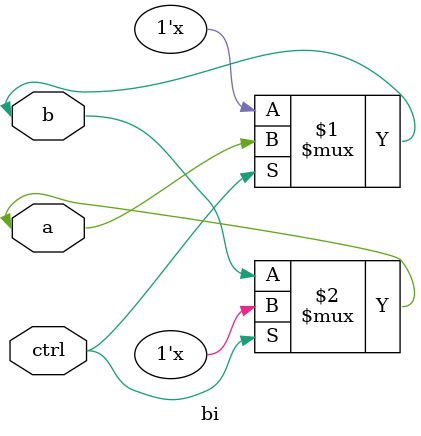
<source format=v>
`timescale 1ns / 1ps


module bi(inout a,inout b ,input ctrl);


assign b=ctrl?a:1'bz;
assign a=ctrl?1'bz:b;



endmodule

</source>
